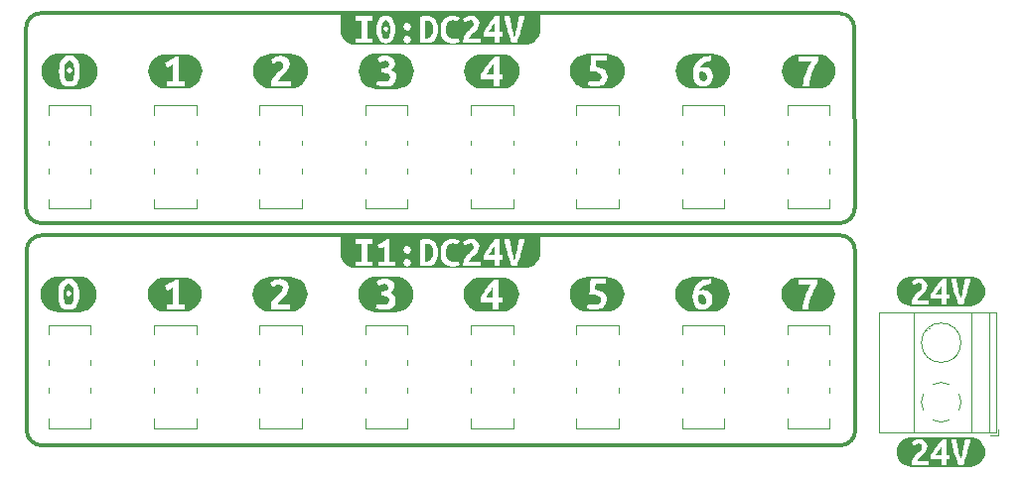
<source format=gbr>
%TF.GenerationSoftware,KiCad,Pcbnew,(6.0.10)*%
%TF.CreationDate,2023-01-13T11:07:08+01:00*%
%TF.ProjectId,SiemensSimaticS7ExpansionBoard,5369656d-656e-4735-9369-6d6174696353,rev?*%
%TF.SameCoordinates,Original*%
%TF.FileFunction,Legend,Top*%
%TF.FilePolarity,Positive*%
%FSLAX46Y46*%
G04 Gerber Fmt 4.6, Leading zero omitted, Abs format (unit mm)*
G04 Created by KiCad (PCBNEW (6.0.10)) date 2023-01-13 11:07:08*
%MOMM*%
%LPD*%
G01*
G04 APERTURE LIST*
%ADD10C,0.300000*%
%ADD11C,0.000000*%
%ADD12C,0.120000*%
%ADD13C,1.562000*%
%ADD14R,2.600000X2.600000*%
%ADD15C,2.600000*%
%ADD16R,1.600000X6.500000*%
G04 APERTURE END LIST*
D10*
X193335774Y-119938800D02*
G75*
G03*
X192065774Y-118668800I-1270000J0D01*
G01*
X192091174Y-136592174D02*
X124002800Y-136592174D01*
X124002800Y-118668800D02*
X192065774Y-118668800D01*
X122732800Y-135322174D02*
X122732800Y-119938800D01*
X122732800Y-135322174D02*
G75*
G03*
X124002800Y-136592174I1270000J0D01*
G01*
X124002800Y-118668800D02*
G75*
G03*
X122732800Y-119938800I0J-1270000D01*
G01*
X193335774Y-119938800D02*
X193361174Y-135322174D01*
X192091174Y-136592174D02*
G75*
G03*
X193361174Y-135322174I0J1270000D01*
G01*
X193284974Y-100965000D02*
X193310374Y-116348374D01*
X123952000Y-99695000D02*
X192014974Y-99695000D01*
X122682000Y-116348374D02*
X122682000Y-100965000D01*
X192040374Y-117618374D02*
X123952000Y-117618374D01*
X192040374Y-117618374D02*
G75*
G03*
X193310374Y-116348374I0J1270000D01*
G01*
X122682000Y-116348374D02*
G75*
G03*
X123952000Y-117618374I1270000J0D01*
G01*
X193284974Y-100965000D02*
G75*
G03*
X192014974Y-99695000I-1270000J0D01*
G01*
X123952000Y-99695000D02*
G75*
G03*
X122682000Y-100965000I0J-1270000D01*
G01*
D11*
G36*
X166497000Y-120142000D02*
G01*
X165100000Y-118745000D01*
X166497000Y-118618000D01*
X166497000Y-120142000D01*
G37*
G36*
X149479000Y-120142000D02*
G01*
X149479000Y-118745000D01*
X150749000Y-118745000D01*
X149479000Y-120142000D01*
G37*
G36*
X166497000Y-101092000D02*
G01*
X165354000Y-99695000D01*
X166497000Y-99695000D01*
X166497000Y-101092000D01*
G37*
G36*
X149479000Y-101092000D02*
G01*
X149479000Y-99695000D01*
X150495000Y-99695000D01*
X149479000Y-101092000D01*
G37*
%TO.C,kibuzzard-63C11CE2*%
G36*
X190456871Y-122276410D02*
G01*
X190728776Y-122358892D01*
X190979365Y-122492834D01*
X191199008Y-122673091D01*
X191379265Y-122892734D01*
X191513207Y-123143323D01*
X191595689Y-123415228D01*
X191623539Y-123698000D01*
X191595689Y-123980772D01*
X191513207Y-124252677D01*
X191379265Y-124503266D01*
X191199008Y-124722909D01*
X190979365Y-124903166D01*
X190728776Y-125037108D01*
X190456871Y-125119590D01*
X190174099Y-125147440D01*
X188505901Y-125147440D01*
X188223129Y-125119590D01*
X187951224Y-125037108D01*
X187700635Y-124903166D01*
X187480992Y-124722909D01*
X187300735Y-124503266D01*
X187166793Y-124252677D01*
X187084311Y-123980772D01*
X187056461Y-123698000D01*
X187084311Y-123415228D01*
X187166793Y-123143323D01*
X187300735Y-122892734D01*
X187342746Y-122841544D01*
X188506245Y-122841544D01*
X189579395Y-122841544D01*
X189464857Y-123045339D01*
X189344128Y-123285250D01*
X189224946Y-123550958D01*
X189115051Y-123832144D01*
X189017539Y-124122617D01*
X188935505Y-124416185D01*
X188876688Y-124703562D01*
X188848828Y-124975461D01*
X189364765Y-124975461D01*
X189402428Y-124644745D01*
X189474144Y-124312998D01*
X189570108Y-123990537D01*
X189680519Y-123687681D01*
X189801764Y-123410107D01*
X189930233Y-123163489D01*
X190057153Y-122958146D01*
X190173755Y-122804396D01*
X190173755Y-122420539D01*
X188506245Y-122420539D01*
X188506245Y-122841544D01*
X187342746Y-122841544D01*
X187480992Y-122673091D01*
X187700635Y-122492834D01*
X187951224Y-122358892D01*
X188223129Y-122276410D01*
X188505901Y-122248560D01*
X190174099Y-122248560D01*
X190456871Y-122276410D01*
G37*
%TO.C,kibuzzard-63C11CC1*%
G36*
X163547676Y-122276410D02*
G01*
X163819581Y-122358892D01*
X164070170Y-122492834D01*
X164289813Y-122673091D01*
X164470070Y-122892734D01*
X164604012Y-123143323D01*
X164686494Y-123415228D01*
X164714344Y-123698000D01*
X164686494Y-123980772D01*
X164604012Y-124252677D01*
X164470070Y-124503266D01*
X164289813Y-124722909D01*
X164070170Y-124903166D01*
X163819581Y-125037108D01*
X163547676Y-125119590D01*
X163264904Y-125147440D01*
X161415096Y-125147440D01*
X161132324Y-125119590D01*
X160860419Y-125037108D01*
X160609830Y-124903166D01*
X160390187Y-124722909D01*
X160209930Y-124503266D01*
X160140219Y-124372846D01*
X161415440Y-124372846D01*
X162480335Y-124372846D01*
X162480335Y-124975461D01*
X162988018Y-124975461D01*
X162988018Y-124372846D01*
X163264560Y-124372846D01*
X163264560Y-123955969D01*
X162988018Y-123955969D01*
X162988018Y-122420539D01*
X162533993Y-122420539D01*
X162368893Y-122596473D01*
X162203793Y-122794077D01*
X162042820Y-123004064D01*
X161890103Y-123217146D01*
X161747704Y-123429197D01*
X161617688Y-123636087D01*
X161505213Y-123829564D01*
X161415440Y-124001371D01*
X161415440Y-124372846D01*
X160140219Y-124372846D01*
X160075988Y-124252677D01*
X159993506Y-123980772D01*
X159965656Y-123698000D01*
X159993506Y-123415228D01*
X160075988Y-123143323D01*
X160209930Y-122892734D01*
X160390187Y-122673091D01*
X160609830Y-122492834D01*
X160860419Y-122358892D01*
X161132324Y-122276410D01*
X161415096Y-122248560D01*
X163264904Y-122248560D01*
X163547676Y-122276410D01*
G37*
G36*
X162480335Y-123955969D02*
G01*
X161902485Y-123955969D01*
X162026310Y-123720701D01*
X162172836Y-123483370D01*
X162327618Y-123258421D01*
X162480335Y-123056174D01*
X162480335Y-123955969D01*
G37*
%TO.C,kibuzzard-63C11CBB*%
G36*
X145493464Y-122248073D02*
G01*
X145770789Y-122332198D01*
X146026373Y-122468811D01*
X146250394Y-122652661D01*
X146434244Y-122876682D01*
X146570857Y-123132266D01*
X146654982Y-123409592D01*
X146683388Y-123698000D01*
X146654982Y-123986408D01*
X146570857Y-124263734D01*
X146434244Y-124519318D01*
X146250394Y-124743339D01*
X146026373Y-124927189D01*
X145770789Y-125063802D01*
X145493464Y-125147927D01*
X145205055Y-125176333D01*
X143474945Y-125176333D01*
X143186536Y-125147927D01*
X142909211Y-125063802D01*
X142653627Y-124927189D01*
X142429606Y-124743339D01*
X142245756Y-124519318D01*
X142109143Y-124263734D01*
X142025018Y-123986408D01*
X141996612Y-123698000D01*
X142025018Y-123409592D01*
X142109143Y-123132266D01*
X142245756Y-122876682D01*
X142366052Y-122730101D01*
X143475289Y-122730101D01*
X143727066Y-123085066D01*
X143987099Y-122891074D01*
X144238876Y-122833289D01*
X144478271Y-122917902D01*
X144573204Y-123159361D01*
X144496845Y-123378119D01*
X144302853Y-123601004D01*
X144181091Y-123719153D01*
X144051075Y-123842463D01*
X143921059Y-123973511D01*
X143799298Y-124114878D01*
X143691983Y-124268111D01*
X143605305Y-124434759D01*
X143548036Y-124616369D01*
X143528946Y-124814489D01*
X143526883Y-124901166D01*
X143537201Y-125004354D01*
X145204711Y-125004354D01*
X145204711Y-124583349D01*
X144106796Y-124583349D01*
X144150135Y-124447141D01*
X144255386Y-124300615D01*
X144387466Y-124160280D01*
X144511291Y-124042646D01*
X144721794Y-123836271D01*
X144907531Y-123613386D01*
X145039611Y-123376055D01*
X145089141Y-123122214D01*
X145023101Y-122802332D01*
X144845619Y-122573256D01*
X144589714Y-122437049D01*
X144288406Y-122391646D01*
X144073260Y-122412284D01*
X143857083Y-122474196D01*
X143653287Y-122579447D01*
X143475289Y-122730101D01*
X142366052Y-122730101D01*
X142429606Y-122652661D01*
X142653627Y-122468811D01*
X142909211Y-122332198D01*
X143186536Y-122248073D01*
X143474945Y-122219667D01*
X145205055Y-122219667D01*
X145493464Y-122248073D01*
G37*
%TO.C,kibuzzard-63C11CB4*%
G36*
X136471317Y-122276410D02*
G01*
X136743222Y-122358892D01*
X136993811Y-122492834D01*
X137213454Y-122673091D01*
X137393711Y-122892734D01*
X137527654Y-123143323D01*
X137610135Y-123415228D01*
X137637986Y-123698000D01*
X137610135Y-123980772D01*
X137527654Y-124252677D01*
X137393711Y-124503266D01*
X137213454Y-124722909D01*
X136993811Y-124903166D01*
X136743222Y-125037108D01*
X136471317Y-125119590D01*
X136188545Y-125147440D01*
X134491455Y-125147440D01*
X134208683Y-125119590D01*
X133936778Y-125037108D01*
X133686189Y-124903166D01*
X133466546Y-124722909D01*
X133286289Y-124503266D01*
X133152346Y-124252677D01*
X133069865Y-123980772D01*
X133042014Y-123698000D01*
X133069865Y-123415228D01*
X133152346Y-123143323D01*
X133254084Y-122952986D01*
X134491799Y-122952986D01*
X134656899Y-123373991D01*
X134908676Y-123272867D01*
X135172836Y-123126341D01*
X135172836Y-124554456D01*
X134636261Y-124554456D01*
X134636261Y-124975461D01*
X136188201Y-124975461D01*
X136188201Y-124554456D01*
X135680519Y-124554456D01*
X135680519Y-122420539D01*
X135333809Y-122420539D01*
X135156326Y-122581511D01*
X134937569Y-122730101D01*
X134706429Y-122858054D01*
X134491799Y-122952986D01*
X133254084Y-122952986D01*
X133286289Y-122892734D01*
X133466546Y-122673091D01*
X133686189Y-122492834D01*
X133936778Y-122358892D01*
X134208683Y-122276410D01*
X134491455Y-122248560D01*
X136188545Y-122248560D01*
X136471317Y-122276410D01*
G37*
%TO.C,kibuzzard-63C11C98*%
G36*
X154480124Y-122221760D02*
G01*
X154762482Y-122307412D01*
X155022704Y-122446504D01*
X155250791Y-122633690D01*
X155437978Y-122861777D01*
X155577069Y-123122000D01*
X155662722Y-123404358D01*
X155691643Y-123698000D01*
X155662722Y-123991642D01*
X155577069Y-124274000D01*
X155437978Y-124534223D01*
X155250791Y-124762310D01*
X155022704Y-124949496D01*
X154762482Y-125088588D01*
X154480124Y-125174240D01*
X154186481Y-125203162D01*
X152493519Y-125203162D01*
X152199876Y-125174240D01*
X151917518Y-125088588D01*
X151657296Y-124949496D01*
X151585833Y-124890848D01*
X152493863Y-124890848D01*
X152621815Y-124936250D01*
X152801361Y-124981653D01*
X153003609Y-125016736D01*
X153203793Y-125031183D01*
X153442156Y-125016220D01*
X153645435Y-124971334D01*
X153814663Y-124899103D01*
X153950870Y-124802106D01*
X154128353Y-124544138D01*
X154186138Y-124218065D01*
X154158793Y-124010658D01*
X154076759Y-123834208D01*
X153945195Y-123692841D01*
X153769260Y-123590685D01*
X154000400Y-123376055D01*
X154087078Y-123083002D01*
X154037548Y-122798205D01*
X153884830Y-122569129D01*
X153622734Y-122418475D01*
X153449895Y-122378232D01*
X153249195Y-122364817D01*
X153029922Y-122383907D01*
X152834381Y-122441176D01*
X152539265Y-122591830D01*
X152720875Y-122963305D01*
X152966461Y-122845671D01*
X153253323Y-122798205D01*
X153486526Y-122878691D01*
X153571140Y-123099512D01*
X153531929Y-123256357D01*
X153430805Y-123355417D01*
X153290470Y-123409075D01*
X153133625Y-123425585D01*
X152943760Y-123425585D01*
X152943760Y-123846590D01*
X153100605Y-123846590D01*
X153326586Y-123866712D01*
X153509228Y-123927076D01*
X153629957Y-124038003D01*
X153670200Y-124209810D01*
X153564949Y-124486353D01*
X153421002Y-124569934D01*
X153199665Y-124597795D01*
X153004125Y-124586444D01*
X152838509Y-124552393D01*
X152592923Y-124465715D01*
X152493863Y-124890848D01*
X151585833Y-124890848D01*
X151429209Y-124762310D01*
X151242022Y-124534223D01*
X151102931Y-124274000D01*
X151017278Y-123991642D01*
X150988357Y-123698000D01*
X151017278Y-123404358D01*
X151102931Y-123122000D01*
X151242022Y-122861777D01*
X151429209Y-122633690D01*
X151657296Y-122446504D01*
X151917518Y-122307412D01*
X152199876Y-122221760D01*
X152493519Y-122192838D01*
X154186481Y-122192838D01*
X154480124Y-122221760D01*
G37*
%TO.C,kibuzzard-63C11CDA*%
G36*
X181474034Y-122242001D02*
G01*
X181752521Y-122326479D01*
X182009175Y-122463663D01*
X182234135Y-122648283D01*
X182418754Y-122873243D01*
X182555939Y-123129897D01*
X182640417Y-123408384D01*
X182668942Y-123698000D01*
X182640417Y-123987616D01*
X182555939Y-124266103D01*
X182418754Y-124522757D01*
X182234135Y-124747717D01*
X182009175Y-124932337D01*
X181752521Y-125069521D01*
X181474034Y-125153999D01*
X181184418Y-125182524D01*
X179495582Y-125182524D01*
X179205966Y-125153999D01*
X178927480Y-125069521D01*
X178670825Y-124932337D01*
X178445865Y-124747717D01*
X178261246Y-124522757D01*
X178124061Y-124266103D01*
X178039583Y-123987616D01*
X178032197Y-123912630D01*
X179495926Y-123912630D01*
X179520921Y-124256359D01*
X179595904Y-124533589D01*
X179720875Y-124744321D01*
X179893542Y-124892223D01*
X180111612Y-124980965D01*
X180375084Y-125010545D01*
X180571140Y-124990423D01*
X180738304Y-124930059D01*
X180990081Y-124721620D01*
X181136608Y-124440950D01*
X181184074Y-124139643D01*
X181140735Y-123825953D01*
X180998336Y-123565920D01*
X180744495Y-123388437D01*
X180572688Y-123338907D01*
X180366829Y-123322397D01*
X180234749Y-123340971D01*
X180082031Y-123392565D01*
X180224430Y-123124277D01*
X180453506Y-122948859D01*
X180742431Y-122851862D01*
X181064376Y-122818842D01*
X181035484Y-122385455D01*
X180704252Y-122410220D01*
X180403976Y-122484515D01*
X180139816Y-122607308D01*
X179916931Y-122777567D01*
X179737901Y-122994261D01*
X179605305Y-123256357D01*
X179523271Y-123562824D01*
X179495926Y-123912630D01*
X178032197Y-123912630D01*
X178011058Y-123698000D01*
X178039583Y-123408384D01*
X178124061Y-123129897D01*
X178261246Y-122873243D01*
X178445865Y-122648283D01*
X178670825Y-122463663D01*
X178927480Y-122326479D01*
X179205966Y-122242001D01*
X179495582Y-122213476D01*
X181184418Y-122213476D01*
X181474034Y-122242001D01*
G37*
G36*
X180483431Y-123769715D02*
G01*
X180602096Y-123848654D01*
X180688774Y-124147898D01*
X180670200Y-124292360D01*
X180612415Y-124428568D01*
X180511291Y-124531755D01*
X180362701Y-124573030D01*
X180183155Y-124521436D01*
X180069649Y-124383165D01*
X180011864Y-124187109D01*
X179995354Y-123958033D01*
X179997418Y-123879610D01*
X180003609Y-123805315D01*
X180139816Y-123759913D01*
X180300789Y-123743403D01*
X180483431Y-123769715D01*
G37*
%TO.C,kibuzzard-63C11CC9*%
G36*
X172478615Y-122250097D02*
G01*
X172755553Y-122334105D01*
X173010780Y-122470527D01*
X173234489Y-122654120D01*
X173418082Y-122877829D01*
X173554504Y-123133056D01*
X173638512Y-123409994D01*
X173666878Y-123698000D01*
X173638512Y-123986006D01*
X173554504Y-124262944D01*
X173418082Y-124518171D01*
X173234489Y-124741880D01*
X173010780Y-124925473D01*
X172755553Y-125061895D01*
X172478615Y-125145903D01*
X172190609Y-125174269D01*
X170489391Y-125174269D01*
X170201385Y-125145903D01*
X169924447Y-125061895D01*
X169669220Y-124925473D01*
X169601882Y-124870210D01*
X170489735Y-124870210D01*
X170607369Y-124915613D01*
X170778660Y-124958951D01*
X170976780Y-124989908D01*
X171179027Y-125002290D01*
X171415327Y-124986812D01*
X171620670Y-124940378D01*
X171795057Y-124866083D01*
X171938487Y-124767023D01*
X172128352Y-124504926D01*
X172190265Y-124176790D01*
X172162290Y-123937395D01*
X172078364Y-123736523D01*
X171938487Y-123574175D01*
X171741743Y-123451267D01*
X171487214Y-123368717D01*
X171174900Y-123326525D01*
X171195537Y-123091257D01*
X171216175Y-122814715D01*
X172095332Y-122814715D01*
X172095332Y-122393710D01*
X170791042Y-122393710D01*
X170775564Y-122708948D01*
X170753895Y-123035536D01*
X170725002Y-123371412D01*
X170687855Y-123714510D01*
X170971621Y-123723281D01*
X171195537Y-123749594D01*
X171494781Y-123848654D01*
X171635116Y-124001371D01*
X171670200Y-124197428D01*
X171649562Y-124333635D01*
X171573204Y-124451269D01*
X171420486Y-124535883D01*
X171174900Y-124568903D01*
X170981939Y-124559616D01*
X170824062Y-124531755D01*
X170592922Y-124449205D01*
X170489735Y-124870210D01*
X169601882Y-124870210D01*
X169445511Y-124741880D01*
X169261918Y-124518171D01*
X169125496Y-124262944D01*
X169041488Y-123986006D01*
X169013122Y-123698000D01*
X169041488Y-123409994D01*
X169125496Y-123133056D01*
X169261918Y-122877829D01*
X169445511Y-122654120D01*
X169669220Y-122470527D01*
X169924447Y-122334105D01*
X170201385Y-122250097D01*
X170489391Y-122221731D01*
X172190609Y-122221731D01*
X172478615Y-122250097D01*
G37*
%TO.C,kibuzzard-63C11C89*%
G36*
X127495999Y-122221760D02*
G01*
X127778357Y-122307412D01*
X128038579Y-122446504D01*
X128266666Y-122633690D01*
X128453853Y-122861777D01*
X128592944Y-123122000D01*
X128678597Y-123404358D01*
X128707518Y-123698000D01*
X128678597Y-123991642D01*
X128592944Y-124274000D01*
X128453853Y-124534223D01*
X128266666Y-124762310D01*
X128038579Y-124949496D01*
X127778357Y-125088588D01*
X127495999Y-125174240D01*
X127202356Y-125203162D01*
X125426844Y-125203162D01*
X125133201Y-125174240D01*
X124850843Y-125088588D01*
X124590621Y-124949496D01*
X124362534Y-124762310D01*
X124175347Y-124534223D01*
X124036256Y-124274000D01*
X123950603Y-123991642D01*
X123921682Y-123698000D01*
X123922089Y-123693872D01*
X125427188Y-123693872D01*
X125441376Y-124010658D01*
X125483941Y-124284105D01*
X125554882Y-124514213D01*
X125654200Y-124700983D01*
X125828472Y-124884427D01*
X126048606Y-124994494D01*
X126314600Y-125031183D01*
X126580594Y-124994494D01*
X126800728Y-124884427D01*
X126975000Y-124700983D01*
X127074318Y-124514213D01*
X127145259Y-124284105D01*
X127187824Y-124010658D01*
X127202013Y-123693872D01*
X127187824Y-123379022D01*
X127145259Y-123107252D01*
X127074318Y-122878562D01*
X126975000Y-122692954D01*
X126800728Y-122510656D01*
X126580594Y-122401277D01*
X126314600Y-122364817D01*
X126052733Y-122401506D01*
X125833976Y-122511573D01*
X125658328Y-122695017D01*
X125557204Y-122881271D01*
X125484973Y-123109831D01*
X125441634Y-123380698D01*
X125427188Y-123693872D01*
X123922089Y-123693872D01*
X123950603Y-123404358D01*
X124036256Y-123122000D01*
X124175347Y-122861777D01*
X124362534Y-122633690D01*
X124590621Y-122446504D01*
X124850843Y-122307412D01*
X125133201Y-122221760D01*
X125426844Y-122192838D01*
X127202356Y-122192838D01*
X127495999Y-122221760D01*
G37*
G36*
X126731707Y-123964682D02*
G01*
X126695247Y-124188255D01*
X126634481Y-124364591D01*
X126499822Y-124536398D01*
X126314600Y-124593668D01*
X126131958Y-124536398D01*
X125996783Y-124364591D01*
X125934870Y-124188255D01*
X125897723Y-123964682D01*
X125885340Y-123693872D01*
X125887243Y-123652597D01*
X126087588Y-123652597D01*
X126149500Y-123844526D01*
X126318728Y-123925013D01*
X126481764Y-123844526D01*
X126545740Y-123652597D01*
X126481764Y-123458605D01*
X126318728Y-123376055D01*
X126149500Y-123458605D01*
X126087588Y-123652597D01*
X125887243Y-123652597D01*
X125897723Y-123425356D01*
X125934870Y-123203159D01*
X125996783Y-123027281D01*
X126131958Y-122855474D01*
X126314600Y-122798205D01*
X126499822Y-122855474D01*
X126634481Y-123027281D01*
X126695247Y-123203159D01*
X126731707Y-123425356D01*
X126743860Y-123693872D01*
X126731707Y-123964682D01*
G37*
%TO.C,kibuzzard-63C11CE2*%
G36*
X190507271Y-103226410D02*
G01*
X190779176Y-103308892D01*
X191029765Y-103442834D01*
X191249408Y-103623091D01*
X191429665Y-103842734D01*
X191563607Y-104093323D01*
X191646089Y-104365228D01*
X191673939Y-104648000D01*
X191646089Y-104930772D01*
X191563607Y-105202677D01*
X191429665Y-105453266D01*
X191249408Y-105672909D01*
X191029765Y-105853166D01*
X190779176Y-105987108D01*
X190507271Y-106069590D01*
X190224499Y-106097440D01*
X188556301Y-106097440D01*
X188273529Y-106069590D01*
X188001624Y-105987108D01*
X187751035Y-105853166D01*
X187531392Y-105672909D01*
X187351135Y-105453266D01*
X187217193Y-105202677D01*
X187134711Y-104930772D01*
X187106861Y-104648000D01*
X187134711Y-104365228D01*
X187217193Y-104093323D01*
X187351135Y-103842734D01*
X187393146Y-103791544D01*
X188556645Y-103791544D01*
X189629795Y-103791544D01*
X189515257Y-103995339D01*
X189394528Y-104235250D01*
X189275346Y-104500958D01*
X189165451Y-104782144D01*
X189067939Y-105072617D01*
X188985905Y-105366185D01*
X188927088Y-105653562D01*
X188899228Y-105925461D01*
X189415165Y-105925461D01*
X189452828Y-105594745D01*
X189524544Y-105262998D01*
X189620508Y-104940537D01*
X189730919Y-104637681D01*
X189852164Y-104360107D01*
X189980633Y-104113489D01*
X190107553Y-103908146D01*
X190224155Y-103754396D01*
X190224155Y-103370539D01*
X188556645Y-103370539D01*
X188556645Y-103791544D01*
X187393146Y-103791544D01*
X187531392Y-103623091D01*
X187751035Y-103442834D01*
X188001624Y-103308892D01*
X188273529Y-103226410D01*
X188556301Y-103198560D01*
X190224499Y-103198560D01*
X190507271Y-103226410D01*
G37*
%TO.C,kibuzzard-63C11CDA*%
G36*
X181524434Y-103192001D02*
G01*
X181802921Y-103276479D01*
X182059575Y-103413663D01*
X182284535Y-103598283D01*
X182469154Y-103823243D01*
X182606339Y-104079897D01*
X182690817Y-104358384D01*
X182719342Y-104648000D01*
X182690817Y-104937616D01*
X182606339Y-105216103D01*
X182469154Y-105472757D01*
X182284535Y-105697717D01*
X182059575Y-105882337D01*
X181802921Y-106019521D01*
X181524434Y-106103999D01*
X181234818Y-106132524D01*
X179545982Y-106132524D01*
X179256366Y-106103999D01*
X178977880Y-106019521D01*
X178721225Y-105882337D01*
X178496265Y-105697717D01*
X178311646Y-105472757D01*
X178174461Y-105216103D01*
X178089983Y-104937616D01*
X178082597Y-104862630D01*
X179546326Y-104862630D01*
X179571321Y-105206359D01*
X179646304Y-105483589D01*
X179771275Y-105694321D01*
X179943942Y-105842223D01*
X180162012Y-105930965D01*
X180425484Y-105960545D01*
X180621540Y-105940423D01*
X180788704Y-105880059D01*
X181040481Y-105671620D01*
X181187008Y-105390950D01*
X181234474Y-105089643D01*
X181191135Y-104775953D01*
X181048736Y-104515920D01*
X180794895Y-104338437D01*
X180623088Y-104288907D01*
X180417229Y-104272397D01*
X180285149Y-104290971D01*
X180132431Y-104342565D01*
X180274830Y-104074277D01*
X180503906Y-103898859D01*
X180792831Y-103801862D01*
X181114776Y-103768842D01*
X181085884Y-103335455D01*
X180754652Y-103360220D01*
X180454376Y-103434515D01*
X180190216Y-103557308D01*
X179967331Y-103727567D01*
X179788301Y-103944261D01*
X179655705Y-104206357D01*
X179573671Y-104512824D01*
X179546326Y-104862630D01*
X178082597Y-104862630D01*
X178061458Y-104648000D01*
X178089983Y-104358384D01*
X178174461Y-104079897D01*
X178311646Y-103823243D01*
X178496265Y-103598283D01*
X178721225Y-103413663D01*
X178977880Y-103276479D01*
X179256366Y-103192001D01*
X179545982Y-103163476D01*
X181234818Y-103163476D01*
X181524434Y-103192001D01*
G37*
G36*
X180533831Y-104719715D02*
G01*
X180652496Y-104798654D01*
X180739174Y-105097898D01*
X180720600Y-105242360D01*
X180662815Y-105378568D01*
X180561691Y-105481755D01*
X180413101Y-105523030D01*
X180233555Y-105471436D01*
X180120049Y-105333165D01*
X180062264Y-105137109D01*
X180045754Y-104908033D01*
X180047818Y-104829610D01*
X180054009Y-104755315D01*
X180190216Y-104709913D01*
X180351189Y-104693403D01*
X180533831Y-104719715D01*
G37*
%TO.C,kibuzzard-63C11CC9*%
G36*
X172529015Y-103200097D02*
G01*
X172805953Y-103284105D01*
X173061180Y-103420527D01*
X173284889Y-103604120D01*
X173468482Y-103827829D01*
X173604904Y-104083056D01*
X173688912Y-104359994D01*
X173717278Y-104648000D01*
X173688912Y-104936006D01*
X173604904Y-105212944D01*
X173468482Y-105468171D01*
X173284889Y-105691880D01*
X173061180Y-105875473D01*
X172805953Y-106011895D01*
X172529015Y-106095903D01*
X172241009Y-106124269D01*
X170539791Y-106124269D01*
X170251785Y-106095903D01*
X169974847Y-106011895D01*
X169719620Y-105875473D01*
X169652282Y-105820210D01*
X170540135Y-105820210D01*
X170657769Y-105865613D01*
X170829060Y-105908951D01*
X171027180Y-105939908D01*
X171229427Y-105952290D01*
X171465727Y-105936812D01*
X171671070Y-105890378D01*
X171845457Y-105816083D01*
X171988887Y-105717023D01*
X172178752Y-105454926D01*
X172240665Y-105126790D01*
X172212690Y-104887395D01*
X172128764Y-104686523D01*
X171988887Y-104524175D01*
X171792143Y-104401267D01*
X171537614Y-104318717D01*
X171225300Y-104276525D01*
X171245937Y-104041257D01*
X171266575Y-103764715D01*
X172145732Y-103764715D01*
X172145732Y-103343710D01*
X170841442Y-103343710D01*
X170825964Y-103658948D01*
X170804295Y-103985536D01*
X170775402Y-104321412D01*
X170738255Y-104664510D01*
X171022021Y-104673281D01*
X171245937Y-104699594D01*
X171545181Y-104798654D01*
X171685516Y-104951371D01*
X171720600Y-105147428D01*
X171699962Y-105283635D01*
X171623604Y-105401269D01*
X171470886Y-105485883D01*
X171225300Y-105518903D01*
X171032339Y-105509616D01*
X170874462Y-105481755D01*
X170643322Y-105399205D01*
X170540135Y-105820210D01*
X169652282Y-105820210D01*
X169495911Y-105691880D01*
X169312318Y-105468171D01*
X169175896Y-105212944D01*
X169091888Y-104936006D01*
X169063522Y-104648000D01*
X169091888Y-104359994D01*
X169175896Y-104083056D01*
X169312318Y-103827829D01*
X169495911Y-103604120D01*
X169719620Y-103420527D01*
X169974847Y-103284105D01*
X170251785Y-103200097D01*
X170539791Y-103171731D01*
X172241009Y-103171731D01*
X172529015Y-103200097D01*
G37*
%TO.C,kibuzzard-63C11CC1*%
G36*
X163598076Y-103226410D02*
G01*
X163869981Y-103308892D01*
X164120570Y-103442834D01*
X164340213Y-103623091D01*
X164520470Y-103842734D01*
X164654412Y-104093323D01*
X164736894Y-104365228D01*
X164764744Y-104648000D01*
X164736894Y-104930772D01*
X164654412Y-105202677D01*
X164520470Y-105453266D01*
X164340213Y-105672909D01*
X164120570Y-105853166D01*
X163869981Y-105987108D01*
X163598076Y-106069590D01*
X163315304Y-106097440D01*
X161465496Y-106097440D01*
X161182724Y-106069590D01*
X160910819Y-105987108D01*
X160660230Y-105853166D01*
X160440587Y-105672909D01*
X160260330Y-105453266D01*
X160190619Y-105322846D01*
X161465840Y-105322846D01*
X162530735Y-105322846D01*
X162530735Y-105925461D01*
X163038418Y-105925461D01*
X163038418Y-105322846D01*
X163314960Y-105322846D01*
X163314960Y-104905969D01*
X163038418Y-104905969D01*
X163038418Y-103370539D01*
X162584393Y-103370539D01*
X162419293Y-103546473D01*
X162254193Y-103744077D01*
X162093220Y-103954064D01*
X161940503Y-104167146D01*
X161798104Y-104379197D01*
X161668088Y-104586087D01*
X161555613Y-104779564D01*
X161465840Y-104951371D01*
X161465840Y-105322846D01*
X160190619Y-105322846D01*
X160126388Y-105202677D01*
X160043906Y-104930772D01*
X160016056Y-104648000D01*
X160043906Y-104365228D01*
X160126388Y-104093323D01*
X160260330Y-103842734D01*
X160440587Y-103623091D01*
X160660230Y-103442834D01*
X160910819Y-103308892D01*
X161182724Y-103226410D01*
X161465496Y-103198560D01*
X163315304Y-103198560D01*
X163598076Y-103226410D01*
G37*
G36*
X162530735Y-104905969D02*
G01*
X161952885Y-104905969D01*
X162076710Y-104670701D01*
X162223236Y-104433370D01*
X162378018Y-104208421D01*
X162530735Y-104006174D01*
X162530735Y-104905969D01*
G37*
%TO.C,kibuzzard-63C11CBB*%
G36*
X145543864Y-103198073D02*
G01*
X145821189Y-103282198D01*
X146076773Y-103418811D01*
X146300794Y-103602661D01*
X146484644Y-103826682D01*
X146621257Y-104082266D01*
X146705382Y-104359592D01*
X146733788Y-104648000D01*
X146705382Y-104936408D01*
X146621257Y-105213734D01*
X146484644Y-105469318D01*
X146300794Y-105693339D01*
X146076773Y-105877189D01*
X145821189Y-106013802D01*
X145543864Y-106097927D01*
X145255455Y-106126333D01*
X143525345Y-106126333D01*
X143236936Y-106097927D01*
X142959611Y-106013802D01*
X142704027Y-105877189D01*
X142480006Y-105693339D01*
X142296156Y-105469318D01*
X142159543Y-105213734D01*
X142075418Y-104936408D01*
X142047012Y-104648000D01*
X142075418Y-104359592D01*
X142159543Y-104082266D01*
X142296156Y-103826682D01*
X142416452Y-103680101D01*
X143525689Y-103680101D01*
X143777466Y-104035066D01*
X144037499Y-103841074D01*
X144289276Y-103783289D01*
X144528671Y-103867902D01*
X144623604Y-104109361D01*
X144547245Y-104328119D01*
X144353253Y-104551004D01*
X144231491Y-104669153D01*
X144101475Y-104792463D01*
X143971459Y-104923511D01*
X143849698Y-105064878D01*
X143742383Y-105218111D01*
X143655705Y-105384759D01*
X143598436Y-105566369D01*
X143579346Y-105764489D01*
X143577283Y-105851166D01*
X143587601Y-105954354D01*
X145255111Y-105954354D01*
X145255111Y-105533349D01*
X144157196Y-105533349D01*
X144200535Y-105397141D01*
X144305786Y-105250615D01*
X144437866Y-105110280D01*
X144561691Y-104992646D01*
X144772194Y-104786271D01*
X144957931Y-104563386D01*
X145090011Y-104326055D01*
X145139541Y-104072214D01*
X145073501Y-103752332D01*
X144896019Y-103523256D01*
X144640114Y-103387049D01*
X144338806Y-103341646D01*
X144123660Y-103362284D01*
X143907483Y-103424196D01*
X143703687Y-103529447D01*
X143525689Y-103680101D01*
X142416452Y-103680101D01*
X142480006Y-103602661D01*
X142704027Y-103418811D01*
X142959611Y-103282198D01*
X143236936Y-103198073D01*
X143525345Y-103169667D01*
X145255455Y-103169667D01*
X145543864Y-103198073D01*
G37*
%TO.C,kibuzzard-63C11CB4*%
G36*
X136521717Y-103226410D02*
G01*
X136793622Y-103308892D01*
X137044211Y-103442834D01*
X137263854Y-103623091D01*
X137444111Y-103842734D01*
X137578054Y-104093323D01*
X137660535Y-104365228D01*
X137688386Y-104648000D01*
X137660535Y-104930772D01*
X137578054Y-105202677D01*
X137444111Y-105453266D01*
X137263854Y-105672909D01*
X137044211Y-105853166D01*
X136793622Y-105987108D01*
X136521717Y-106069590D01*
X136238945Y-106097440D01*
X134541855Y-106097440D01*
X134259083Y-106069590D01*
X133987178Y-105987108D01*
X133736589Y-105853166D01*
X133516946Y-105672909D01*
X133336689Y-105453266D01*
X133202746Y-105202677D01*
X133120265Y-104930772D01*
X133092414Y-104648000D01*
X133120265Y-104365228D01*
X133202746Y-104093323D01*
X133304484Y-103902986D01*
X134542199Y-103902986D01*
X134707299Y-104323991D01*
X134959076Y-104222867D01*
X135223236Y-104076341D01*
X135223236Y-105504456D01*
X134686661Y-105504456D01*
X134686661Y-105925461D01*
X136238601Y-105925461D01*
X136238601Y-105504456D01*
X135730919Y-105504456D01*
X135730919Y-103370539D01*
X135384209Y-103370539D01*
X135206726Y-103531511D01*
X134987969Y-103680101D01*
X134756829Y-103808054D01*
X134542199Y-103902986D01*
X133304484Y-103902986D01*
X133336689Y-103842734D01*
X133516946Y-103623091D01*
X133736589Y-103442834D01*
X133987178Y-103308892D01*
X134259083Y-103226410D01*
X134541855Y-103198560D01*
X136238945Y-103198560D01*
X136521717Y-103226410D01*
G37*
%TO.C,kibuzzard-63C11C98*%
G36*
X154530524Y-103171760D02*
G01*
X154812882Y-103257412D01*
X155073104Y-103396504D01*
X155301191Y-103583690D01*
X155488378Y-103811777D01*
X155627469Y-104072000D01*
X155713122Y-104354358D01*
X155742043Y-104648000D01*
X155713122Y-104941642D01*
X155627469Y-105224000D01*
X155488378Y-105484223D01*
X155301191Y-105712310D01*
X155073104Y-105899496D01*
X154812882Y-106038588D01*
X154530524Y-106124240D01*
X154236881Y-106153162D01*
X152543919Y-106153162D01*
X152250276Y-106124240D01*
X151967918Y-106038588D01*
X151707696Y-105899496D01*
X151636233Y-105840848D01*
X152544263Y-105840848D01*
X152672215Y-105886250D01*
X152851761Y-105931653D01*
X153054009Y-105966736D01*
X153254193Y-105981183D01*
X153492556Y-105966220D01*
X153695835Y-105921334D01*
X153865063Y-105849103D01*
X154001270Y-105752106D01*
X154178753Y-105494138D01*
X154236538Y-105168065D01*
X154209193Y-104960658D01*
X154127159Y-104784208D01*
X153995595Y-104642841D01*
X153819660Y-104540685D01*
X154050800Y-104326055D01*
X154137478Y-104033002D01*
X154087948Y-103748205D01*
X153935230Y-103519129D01*
X153673134Y-103368475D01*
X153500295Y-103328232D01*
X153299595Y-103314817D01*
X153080322Y-103333907D01*
X152884781Y-103391176D01*
X152589665Y-103541830D01*
X152771275Y-103913305D01*
X153016861Y-103795671D01*
X153303723Y-103748205D01*
X153536926Y-103828691D01*
X153621540Y-104049512D01*
X153582329Y-104206357D01*
X153481205Y-104305417D01*
X153340870Y-104359075D01*
X153184025Y-104375585D01*
X152994160Y-104375585D01*
X152994160Y-104796590D01*
X153151005Y-104796590D01*
X153376986Y-104816712D01*
X153559628Y-104877076D01*
X153680357Y-104988003D01*
X153720600Y-105159810D01*
X153615349Y-105436353D01*
X153471402Y-105519934D01*
X153250065Y-105547795D01*
X153054525Y-105536444D01*
X152888909Y-105502393D01*
X152643323Y-105415715D01*
X152544263Y-105840848D01*
X151636233Y-105840848D01*
X151479609Y-105712310D01*
X151292422Y-105484223D01*
X151153331Y-105224000D01*
X151067678Y-104941642D01*
X151038757Y-104648000D01*
X151067678Y-104354358D01*
X151153331Y-104072000D01*
X151292422Y-103811777D01*
X151479609Y-103583690D01*
X151707696Y-103396504D01*
X151967918Y-103257412D01*
X152250276Y-103171760D01*
X152543919Y-103142838D01*
X154236881Y-103142838D01*
X154530524Y-103171760D01*
G37*
%TO.C,kibuzzard-63C11C89*%
G36*
X127546399Y-103171760D02*
G01*
X127828757Y-103257412D01*
X128088979Y-103396504D01*
X128317066Y-103583690D01*
X128504253Y-103811777D01*
X128643344Y-104072000D01*
X128728997Y-104354358D01*
X128757918Y-104648000D01*
X128728997Y-104941642D01*
X128643344Y-105224000D01*
X128504253Y-105484223D01*
X128317066Y-105712310D01*
X128088979Y-105899496D01*
X127828757Y-106038588D01*
X127546399Y-106124240D01*
X127252756Y-106153162D01*
X125477244Y-106153162D01*
X125183601Y-106124240D01*
X124901243Y-106038588D01*
X124641021Y-105899496D01*
X124412934Y-105712310D01*
X124225747Y-105484223D01*
X124086656Y-105224000D01*
X124001003Y-104941642D01*
X123972082Y-104648000D01*
X123972489Y-104643872D01*
X125477588Y-104643872D01*
X125491776Y-104960658D01*
X125534341Y-105234105D01*
X125605282Y-105464213D01*
X125704600Y-105650983D01*
X125878872Y-105834427D01*
X126099006Y-105944494D01*
X126365000Y-105981183D01*
X126630994Y-105944494D01*
X126851128Y-105834427D01*
X127025400Y-105650983D01*
X127124718Y-105464213D01*
X127195659Y-105234105D01*
X127238224Y-104960658D01*
X127252413Y-104643872D01*
X127238224Y-104329022D01*
X127195659Y-104057252D01*
X127124718Y-103828562D01*
X127025400Y-103642954D01*
X126851128Y-103460656D01*
X126630994Y-103351277D01*
X126365000Y-103314817D01*
X126103133Y-103351506D01*
X125884376Y-103461573D01*
X125708728Y-103645017D01*
X125607604Y-103831271D01*
X125535373Y-104059831D01*
X125492034Y-104330698D01*
X125477588Y-104643872D01*
X123972489Y-104643872D01*
X124001003Y-104354358D01*
X124086656Y-104072000D01*
X124225747Y-103811777D01*
X124412934Y-103583690D01*
X124641021Y-103396504D01*
X124901243Y-103257412D01*
X125183601Y-103171760D01*
X125477244Y-103142838D01*
X127252756Y-103142838D01*
X127546399Y-103171760D01*
G37*
G36*
X126782107Y-104914682D02*
G01*
X126745647Y-105138255D01*
X126684881Y-105314591D01*
X126550222Y-105486398D01*
X126365000Y-105543668D01*
X126182358Y-105486398D01*
X126047183Y-105314591D01*
X125985270Y-105138255D01*
X125948123Y-104914682D01*
X125935740Y-104643872D01*
X125937643Y-104602597D01*
X126137988Y-104602597D01*
X126199900Y-104794526D01*
X126369128Y-104875013D01*
X126532164Y-104794526D01*
X126596140Y-104602597D01*
X126532164Y-104408605D01*
X126369128Y-104326055D01*
X126199900Y-104408605D01*
X126137988Y-104602597D01*
X125937643Y-104602597D01*
X125948123Y-104375356D01*
X125985270Y-104153159D01*
X126047183Y-103977281D01*
X126182358Y-103805474D01*
X126365000Y-103748205D01*
X126550222Y-103805474D01*
X126684881Y-103977281D01*
X126745647Y-104153159D01*
X126782107Y-104375356D01*
X126794260Y-104643872D01*
X126782107Y-104914682D01*
G37*
%TO.C,kibuzzard-63C11C3D*%
G36*
X150065951Y-121249093D02*
G01*
X149864182Y-121083505D01*
X149698594Y-120881736D01*
X149575551Y-120651539D01*
X149499782Y-120401761D01*
X149474198Y-120142000D01*
X149499782Y-119882239D01*
X149575551Y-119632461D01*
X149698594Y-119402264D01*
X149711785Y-119386191D01*
X150805991Y-119386191D01*
X151298910Y-119386191D01*
X151298910Y-120901460D01*
X150805991Y-120901460D01*
X150805991Y-121273888D01*
X152240932Y-121273888D01*
X152240932Y-120901460D01*
X151751665Y-120901460D01*
X151751665Y-119484775D01*
X152609709Y-119484775D01*
X152755759Y-119857202D01*
X152978485Y-119767747D01*
X153212165Y-119638128D01*
X153212165Y-120901460D01*
X152737502Y-120901460D01*
X152737502Y-121273888D01*
X154110372Y-121273888D01*
X154110372Y-120985439D01*
X154847925Y-120985439D01*
X154875309Y-121126012D01*
X154948334Y-121228247D01*
X155052395Y-121292144D01*
X155176537Y-121314051D01*
X155353703Y-121248329D01*
X156282866Y-121248329D01*
X156529326Y-121290318D01*
X156764831Y-121303098D01*
X156985275Y-121287123D01*
X157186551Y-121239201D01*
X157365005Y-121156591D01*
X157516989Y-121036556D01*
X157640675Y-120877270D01*
X157734238Y-120676908D01*
X157793115Y-120432731D01*
X157812740Y-120142000D01*
X158009908Y-120142000D01*
X158025654Y-120408769D01*
X158072892Y-120643134D01*
X158151622Y-120845094D01*
X158261844Y-121014649D01*
X158454954Y-121185040D01*
X158698371Y-121287275D01*
X158992094Y-121321354D01*
X159191543Y-121309031D01*
X159366347Y-121272062D01*
X159623760Y-121164350D01*
X159510571Y-120810179D01*
X159326183Y-120890506D01*
X159035909Y-120930670D01*
X158775301Y-120879096D01*
X158599584Y-120724374D01*
X158525545Y-120566762D01*
X158481122Y-120368986D01*
X158466314Y-120131046D01*
X158478637Y-119926576D01*
X158515606Y-119758619D01*
X158643399Y-119519462D01*
X158822311Y-119391668D01*
X159028606Y-119353330D01*
X159300624Y-119391668D01*
X159503269Y-119484775D01*
X159575996Y-119262049D01*
X159893953Y-119262049D01*
X160116679Y-119576056D01*
X160346708Y-119404447D01*
X160569434Y-119353330D01*
X160781206Y-119428181D01*
X160865185Y-119641779D01*
X160797637Y-119835295D01*
X160626028Y-120032462D01*
X160518316Y-120136980D01*
X160403302Y-120246061D01*
X160288288Y-120361988D01*
X160180576Y-120487043D01*
X160085643Y-120622596D01*
X160008967Y-120770015D01*
X159958306Y-120930670D01*
X159941419Y-121105930D01*
X159939593Y-121182606D01*
X159948721Y-121273888D01*
X161423826Y-121273888D01*
X161423826Y-120901460D01*
X160452594Y-120901460D01*
X160490932Y-120780969D01*
X160519782Y-120740805D01*
X161661158Y-120740805D01*
X162603180Y-120740805D01*
X162603180Y-121273888D01*
X163052284Y-121273888D01*
X163052284Y-120740805D01*
X163296918Y-120740805D01*
X163296918Y-120372029D01*
X163052284Y-120372029D01*
X163052284Y-119013764D01*
X163435665Y-119013764D01*
X163477654Y-119218234D01*
X163537900Y-119473821D01*
X163586178Y-119665106D01*
X163638512Y-119864099D01*
X163694904Y-120070801D01*
X163754541Y-120281559D01*
X163816612Y-120492723D01*
X163881118Y-120704293D01*
X163976963Y-121005521D01*
X164067331Y-121273888D01*
X164531040Y-121273888D01*
X164600819Y-121079357D01*
X164668976Y-120880364D01*
X164735510Y-120676908D01*
X164799407Y-120472438D01*
X164859653Y-120270402D01*
X164916247Y-120070801D01*
X164993836Y-119780070D01*
X165062297Y-119503031D01*
X165121173Y-119245618D01*
X165170009Y-119013764D01*
X164698998Y-119013764D01*
X164666136Y-119203629D01*
X164625973Y-119422704D01*
X164580332Y-119659579D01*
X164531040Y-119902843D01*
X164478097Y-120147477D01*
X164421503Y-120388459D01*
X164363083Y-120614380D01*
X164304663Y-120813830D01*
X164245786Y-120611642D01*
X164185997Y-120384808D01*
X164127577Y-120143826D01*
X164072808Y-119899192D01*
X164022147Y-119656384D01*
X163976050Y-119420878D01*
X163937712Y-119203172D01*
X163910328Y-119013764D01*
X163435665Y-119013764D01*
X163052284Y-119013764D01*
X162650646Y-119013764D01*
X162504596Y-119169398D01*
X162358546Y-119344202D01*
X162216148Y-119529959D01*
X162081051Y-119718455D01*
X161955083Y-119906038D01*
X161840069Y-120089057D01*
X161740572Y-120260209D01*
X161661158Y-120412193D01*
X161661158Y-120740805D01*
X160519782Y-120740805D01*
X160584039Y-120651349D01*
X160700879Y-120527207D01*
X160810416Y-120423146D01*
X160996630Y-120240584D01*
X161160936Y-120043416D01*
X161277776Y-119833469D01*
X161321591Y-119608917D01*
X161263171Y-119325946D01*
X161106168Y-119123301D01*
X160879790Y-119002810D01*
X160613249Y-118962646D01*
X160422927Y-118980902D01*
X160231693Y-119035671D01*
X160051413Y-119128778D01*
X159893953Y-119262049D01*
X159575996Y-119262049D01*
X159620109Y-119126952D01*
X159545258Y-119083137D01*
X159422941Y-119028369D01*
X159253158Y-118982728D01*
X159035909Y-118962646D01*
X158821854Y-118982272D01*
X158625143Y-119041148D01*
X158449883Y-119137906D01*
X158300182Y-119271177D01*
X158178321Y-119439591D01*
X158086584Y-119641779D01*
X158029077Y-119876372D01*
X158009908Y-120142000D01*
X157812740Y-120142000D01*
X157794940Y-119857659D01*
X157741541Y-119618046D01*
X157656193Y-119419965D01*
X157542547Y-119260223D01*
X157400605Y-119138363D01*
X157230366Y-119053927D01*
X157036393Y-119004636D01*
X156823251Y-118988205D01*
X156571315Y-118999159D01*
X156282866Y-119042974D01*
X156282866Y-121248329D01*
X155353703Y-121248329D01*
X155402915Y-121230073D01*
X155501499Y-120985439D01*
X155402915Y-120748108D01*
X155176537Y-120664129D01*
X155052395Y-120686036D01*
X154948334Y-120748108D01*
X154875309Y-120848517D01*
X154847925Y-120985439D01*
X154110372Y-120985439D01*
X154110372Y-120901460D01*
X153661269Y-120901460D01*
X153661269Y-119879110D01*
X154847925Y-119879110D01*
X154875309Y-120019683D01*
X154948334Y-120121918D01*
X155052395Y-120185815D01*
X155176537Y-120207723D01*
X155402915Y-120123744D01*
X155501499Y-119879110D01*
X155402915Y-119641779D01*
X155176537Y-119557800D01*
X155052395Y-119579707D01*
X154948334Y-119641779D01*
X154875309Y-119742188D01*
X154847925Y-119879110D01*
X153661269Y-119879110D01*
X153661269Y-119013764D01*
X153354564Y-119013764D01*
X153197560Y-119156162D01*
X153004044Y-119287607D01*
X152799574Y-119400796D01*
X152609709Y-119484775D01*
X151751665Y-119484775D01*
X151751665Y-119386191D01*
X152240932Y-119386191D01*
X152240932Y-119013764D01*
X150805991Y-119013764D01*
X150805991Y-119386191D01*
X149711785Y-119386191D01*
X149864182Y-119200495D01*
X150065951Y-119034907D01*
X150296148Y-118911864D01*
X150545926Y-118836095D01*
X150805687Y-118810511D01*
X165170313Y-118810511D01*
X165430074Y-118836095D01*
X165679852Y-118911864D01*
X165910049Y-119034907D01*
X166111818Y-119200495D01*
X166277406Y-119402264D01*
X166400449Y-119632461D01*
X166476218Y-119882239D01*
X166501802Y-120142000D01*
X166476218Y-120401761D01*
X166400449Y-120651539D01*
X166277406Y-120881736D01*
X166111818Y-121083505D01*
X165910049Y-121249093D01*
X165679852Y-121372136D01*
X165430074Y-121447905D01*
X165170313Y-121473489D01*
X150805687Y-121473489D01*
X150545926Y-121447905D01*
X150296148Y-121372136D01*
X150065951Y-121249093D01*
G37*
G36*
X157108049Y-119442786D02*
G01*
X157257750Y-119612569D01*
X157334426Y-119857202D01*
X157356334Y-120142000D01*
X157349488Y-120303111D01*
X157328949Y-120450531D01*
X157237668Y-120693339D01*
X157069711Y-120853994D01*
X156812297Y-120912414D01*
X156772134Y-120912414D01*
X156731970Y-120908763D01*
X156731970Y-119389842D01*
X156797692Y-119380714D01*
X156863415Y-119378889D01*
X157108049Y-119442786D01*
G37*
G36*
X162603180Y-120372029D02*
G01*
X162092005Y-120372029D01*
X162201543Y-120163908D01*
X162331162Y-119953961D01*
X162468084Y-119754967D01*
X162603180Y-119576056D01*
X162603180Y-120372029D01*
G37*
%TO.C,kibuzzard-63C11BDD*%
G36*
X150065951Y-102199093D02*
G01*
X149864182Y-102033505D01*
X149698594Y-101831736D01*
X149575551Y-101601539D01*
X149499782Y-101351761D01*
X149474198Y-101092000D01*
X149499782Y-100832239D01*
X149575551Y-100582461D01*
X149698594Y-100352264D01*
X149711785Y-100336191D01*
X150805991Y-100336191D01*
X151298910Y-100336191D01*
X151298910Y-101851460D01*
X150805991Y-101851460D01*
X150805991Y-102223888D01*
X152240932Y-102223888D01*
X152240932Y-101851460D01*
X151751665Y-101851460D01*
X151751665Y-101088349D01*
X152562242Y-101088349D01*
X152574794Y-101368582D01*
X152612447Y-101610478D01*
X152675203Y-101814035D01*
X152763061Y-101979254D01*
X152917225Y-102141532D01*
X153111958Y-102238898D01*
X153347261Y-102271354D01*
X153582564Y-102238898D01*
X153777297Y-102141532D01*
X153931461Y-101979254D01*
X153954760Y-101935439D01*
X154847925Y-101935439D01*
X154875309Y-102076012D01*
X154948334Y-102178247D01*
X155052395Y-102242144D01*
X155176537Y-102264051D01*
X155353703Y-102198329D01*
X156282866Y-102198329D01*
X156529326Y-102240318D01*
X156764831Y-102253098D01*
X156985275Y-102237123D01*
X157186551Y-102189201D01*
X157365005Y-102106591D01*
X157516989Y-101986556D01*
X157640675Y-101827270D01*
X157734238Y-101626908D01*
X157793115Y-101382731D01*
X157812740Y-101092000D01*
X158009908Y-101092000D01*
X158025654Y-101358769D01*
X158072892Y-101593134D01*
X158151622Y-101795094D01*
X158261844Y-101964649D01*
X158454954Y-102135040D01*
X158698371Y-102237275D01*
X158992094Y-102271354D01*
X159191543Y-102259031D01*
X159366347Y-102222062D01*
X159623760Y-102114350D01*
X159510571Y-101760179D01*
X159326183Y-101840506D01*
X159035909Y-101880670D01*
X158775301Y-101829096D01*
X158599584Y-101674374D01*
X158525545Y-101516762D01*
X158481122Y-101318986D01*
X158466314Y-101081046D01*
X158478637Y-100876576D01*
X158515606Y-100708619D01*
X158643399Y-100469462D01*
X158822311Y-100341668D01*
X159028606Y-100303330D01*
X159300624Y-100341668D01*
X159503269Y-100434775D01*
X159575996Y-100212049D01*
X159893953Y-100212049D01*
X160116679Y-100526056D01*
X160346708Y-100354447D01*
X160569434Y-100303330D01*
X160781206Y-100378181D01*
X160865185Y-100591779D01*
X160797637Y-100785295D01*
X160626028Y-100982462D01*
X160518316Y-101086980D01*
X160403302Y-101196061D01*
X160288288Y-101311988D01*
X160180576Y-101437043D01*
X160085643Y-101572596D01*
X160008967Y-101720015D01*
X159958306Y-101880670D01*
X159941419Y-102055930D01*
X159939593Y-102132606D01*
X159948721Y-102223888D01*
X161423826Y-102223888D01*
X161423826Y-101851460D01*
X160452594Y-101851460D01*
X160490932Y-101730969D01*
X160519782Y-101690805D01*
X161661158Y-101690805D01*
X162603180Y-101690805D01*
X162603180Y-102223888D01*
X163052284Y-102223888D01*
X163052284Y-101690805D01*
X163296918Y-101690805D01*
X163296918Y-101322029D01*
X163052284Y-101322029D01*
X163052284Y-99963764D01*
X163435665Y-99963764D01*
X163477654Y-100168234D01*
X163537900Y-100423821D01*
X163586178Y-100615106D01*
X163638512Y-100814099D01*
X163694904Y-101020801D01*
X163754541Y-101231559D01*
X163816612Y-101442723D01*
X163881118Y-101654293D01*
X163976963Y-101955521D01*
X164067331Y-102223888D01*
X164531040Y-102223888D01*
X164600819Y-102029357D01*
X164668976Y-101830364D01*
X164735510Y-101626908D01*
X164799407Y-101422438D01*
X164859653Y-101220402D01*
X164916247Y-101020801D01*
X164993836Y-100730070D01*
X165062297Y-100453031D01*
X165121173Y-100195618D01*
X165170009Y-99963764D01*
X164698998Y-99963764D01*
X164666136Y-100153629D01*
X164625973Y-100372704D01*
X164580332Y-100609579D01*
X164531040Y-100852843D01*
X164478097Y-101097477D01*
X164421503Y-101338459D01*
X164363083Y-101564380D01*
X164304663Y-101763830D01*
X164245786Y-101561642D01*
X164185997Y-101334808D01*
X164127577Y-101093826D01*
X164072808Y-100849192D01*
X164022147Y-100606384D01*
X163976050Y-100370878D01*
X163937712Y-100153172D01*
X163910328Y-99963764D01*
X163435665Y-99963764D01*
X163052284Y-99963764D01*
X162650646Y-99963764D01*
X162504596Y-100119398D01*
X162358546Y-100294202D01*
X162216148Y-100479959D01*
X162081051Y-100668455D01*
X161955083Y-100856038D01*
X161840069Y-101039057D01*
X161740572Y-101210209D01*
X161661158Y-101362193D01*
X161661158Y-101690805D01*
X160519782Y-101690805D01*
X160584039Y-101601349D01*
X160700879Y-101477207D01*
X160810416Y-101373146D01*
X160996630Y-101190584D01*
X161160936Y-100993416D01*
X161277776Y-100783469D01*
X161321591Y-100558917D01*
X161263171Y-100275946D01*
X161106168Y-100073301D01*
X160879790Y-99952810D01*
X160613249Y-99912646D01*
X160422927Y-99930902D01*
X160231693Y-99985671D01*
X160051413Y-100078778D01*
X159893953Y-100212049D01*
X159575996Y-100212049D01*
X159620109Y-100076952D01*
X159545258Y-100033137D01*
X159422941Y-99978369D01*
X159253158Y-99932728D01*
X159035909Y-99912646D01*
X158821854Y-99932272D01*
X158625143Y-99991148D01*
X158449883Y-100087906D01*
X158300182Y-100221177D01*
X158178321Y-100389591D01*
X158086584Y-100591779D01*
X158029077Y-100826372D01*
X158009908Y-101092000D01*
X157812740Y-101092000D01*
X157794940Y-100807659D01*
X157741541Y-100568046D01*
X157656193Y-100369965D01*
X157542547Y-100210223D01*
X157400605Y-100088363D01*
X157230366Y-100003927D01*
X157036393Y-99954636D01*
X156823251Y-99938205D01*
X156571315Y-99949159D01*
X156282866Y-99992974D01*
X156282866Y-102198329D01*
X155353703Y-102198329D01*
X155402915Y-102180073D01*
X155501499Y-101935439D01*
X155402915Y-101698108D01*
X155176537Y-101614129D01*
X155052395Y-101636036D01*
X154948334Y-101698108D01*
X154875309Y-101798517D01*
X154847925Y-101935439D01*
X153954760Y-101935439D01*
X154019319Y-101814035D01*
X154082075Y-101610478D01*
X154119729Y-101368582D01*
X154132280Y-101088349D01*
X154120598Y-100829110D01*
X154847925Y-100829110D01*
X154875309Y-100969683D01*
X154948334Y-101071918D01*
X155052395Y-101135815D01*
X155176537Y-101157723D01*
X155402915Y-101073744D01*
X155501499Y-100829110D01*
X155402915Y-100591779D01*
X155176537Y-100507800D01*
X155052395Y-100529707D01*
X154948334Y-100591779D01*
X154875309Y-100692188D01*
X154847925Y-100829110D01*
X154120598Y-100829110D01*
X154119729Y-100809827D01*
X154082075Y-100569415D01*
X154019319Y-100367113D01*
X153931461Y-100202921D01*
X153777297Y-100041657D01*
X153582564Y-99944899D01*
X153347261Y-99912646D01*
X153115610Y-99945102D01*
X152922093Y-100042468D01*
X152766712Y-100204746D01*
X152677257Y-100369509D01*
X152613360Y-100571697D01*
X152575022Y-100811310D01*
X152562242Y-101088349D01*
X151751665Y-101088349D01*
X151751665Y-100336191D01*
X152240932Y-100336191D01*
X152240932Y-99963764D01*
X150805991Y-99963764D01*
X150805991Y-100336191D01*
X149711785Y-100336191D01*
X149864182Y-100150495D01*
X150065951Y-99984907D01*
X150296148Y-99861864D01*
X150545926Y-99786095D01*
X150805687Y-99760511D01*
X165170313Y-99760511D01*
X165430074Y-99786095D01*
X165679852Y-99861864D01*
X165910049Y-99984907D01*
X166111818Y-100150495D01*
X166277406Y-100352264D01*
X166400449Y-100582461D01*
X166476218Y-100832239D01*
X166501802Y-101092000D01*
X166476218Y-101351761D01*
X166400449Y-101601539D01*
X166277406Y-101831736D01*
X166111818Y-102033505D01*
X165910049Y-102199093D01*
X165679852Y-102322136D01*
X165430074Y-102397905D01*
X165170313Y-102423489D01*
X150805687Y-102423489D01*
X150545926Y-102397905D01*
X150296148Y-102322136D01*
X150065951Y-102199093D01*
G37*
G36*
X153716240Y-101327911D02*
G01*
X153683988Y-101525687D01*
X153630233Y-101681677D01*
X153511111Y-101833660D01*
X153347261Y-101884321D01*
X153185693Y-101833660D01*
X153066115Y-101681677D01*
X153011346Y-101525687D01*
X152978485Y-101327911D01*
X152967531Y-101088349D01*
X152969215Y-101051836D01*
X153146442Y-101051836D01*
X153201211Y-101221619D01*
X153350912Y-101292819D01*
X153495137Y-101221619D01*
X153551731Y-101051836D01*
X153495137Y-100880227D01*
X153350912Y-100807202D01*
X153201211Y-100880227D01*
X153146442Y-101051836D01*
X152969215Y-101051836D01*
X152978485Y-100850815D01*
X153011346Y-100654256D01*
X153066115Y-100498672D01*
X153185693Y-100346689D01*
X153347261Y-100296027D01*
X153511111Y-100346689D01*
X153630233Y-100498672D01*
X153683988Y-100654256D01*
X153716240Y-100850815D01*
X153726991Y-101088349D01*
X153716240Y-101327911D01*
G37*
G36*
X157108049Y-100392786D02*
G01*
X157257750Y-100562569D01*
X157334426Y-100807202D01*
X157356334Y-101092000D01*
X157349488Y-101253111D01*
X157328949Y-101400531D01*
X157237668Y-101643339D01*
X157069711Y-101803994D01*
X156812297Y-101862414D01*
X156772134Y-101862414D01*
X156731970Y-101858763D01*
X156731970Y-100339842D01*
X156797692Y-100330714D01*
X156863415Y-100328889D01*
X157108049Y-100392786D01*
G37*
G36*
X162603180Y-101322029D02*
G01*
X162092005Y-101322029D01*
X162201543Y-101113908D01*
X162331162Y-100903961D01*
X162468084Y-100704967D01*
X162603180Y-100526056D01*
X162603180Y-101322029D01*
G37*
%TO.C,kibuzzard-63C10C4F*%
G36*
X203427660Y-122217139D02*
G01*
X203662320Y-122288322D01*
X203878583Y-122403917D01*
X204068140Y-122559482D01*
X204223705Y-122749039D01*
X204339300Y-122965302D01*
X204410484Y-123199962D01*
X204434519Y-123444000D01*
X204410484Y-123688038D01*
X204339300Y-123922698D01*
X204223705Y-124138961D01*
X204068140Y-124328518D01*
X203878583Y-124484083D01*
X203662320Y-124599678D01*
X203427660Y-124670861D01*
X203183622Y-124694897D01*
X198136378Y-124694897D01*
X197892340Y-124670861D01*
X197657680Y-124599678D01*
X197441417Y-124484083D01*
X197251860Y-124328518D01*
X197096295Y-124138961D01*
X196980700Y-123922698D01*
X196909516Y-123688038D01*
X196885481Y-123444000D01*
X196909516Y-123199962D01*
X196980700Y-122965302D01*
X197096295Y-122749039D01*
X197198084Y-122625009D01*
X198136669Y-122625009D01*
X198349711Y-122925364D01*
X198569739Y-122761216D01*
X198782781Y-122712321D01*
X198985346Y-122783917D01*
X199065674Y-122988229D01*
X199001062Y-123173331D01*
X198836915Y-123361926D01*
X198733886Y-123461899D01*
X198623872Y-123566238D01*
X198513859Y-123677124D01*
X198410830Y-123796743D01*
X198320025Y-123926402D01*
X198246682Y-124067411D01*
X198198224Y-124221081D01*
X198182071Y-124388721D01*
X198180325Y-124462064D01*
X198189056Y-124549376D01*
X199600026Y-124549376D01*
X199600026Y-124193141D01*
X198671021Y-124193141D01*
X198707692Y-124077889D01*
X198735288Y-124039471D01*
X199827039Y-124039471D01*
X200728104Y-124039471D01*
X200728104Y-124549376D01*
X201157681Y-124549376D01*
X201157681Y-124039471D01*
X201391679Y-124039471D01*
X201391679Y-123686729D01*
X201157681Y-123686729D01*
X201157681Y-122387519D01*
X201524394Y-122387519D01*
X201564557Y-122583099D01*
X201622184Y-122827574D01*
X201668362Y-123010542D01*
X201718422Y-123200883D01*
X201772361Y-123398597D01*
X201829405Y-123600192D01*
X201888778Y-123802175D01*
X201950479Y-124004546D01*
X202042157Y-124292678D01*
X202128596Y-124549376D01*
X202572144Y-124549376D01*
X202638889Y-124363304D01*
X202704083Y-124172962D01*
X202767724Y-123978353D01*
X202828842Y-123782773D01*
X202886469Y-123589521D01*
X202940602Y-123398597D01*
X203014818Y-123120507D01*
X203080302Y-122855514D01*
X203136619Y-122609292D01*
X203183331Y-122387519D01*
X202732799Y-122387519D01*
X202701366Y-122569129D01*
X202662949Y-122778679D01*
X202619292Y-123005255D01*
X202572144Y-123237942D01*
X202521502Y-123471940D01*
X202467369Y-123702445D01*
X202411489Y-123918543D01*
X202355609Y-124109321D01*
X202299292Y-123915924D01*
X202242102Y-123698953D01*
X202186222Y-123468448D01*
X202133835Y-123234450D01*
X202085377Y-123002199D01*
X202041284Y-122776932D01*
X202004612Y-122568692D01*
X201978419Y-122387519D01*
X201524394Y-122387519D01*
X201157681Y-122387519D01*
X200773506Y-122387519D01*
X200633806Y-122536387D01*
X200494106Y-122703590D01*
X200357899Y-122881271D01*
X200228676Y-123061571D01*
X200108185Y-123240998D01*
X199998171Y-123416060D01*
X199903001Y-123579771D01*
X199827039Y-123725146D01*
X199827039Y-124039471D01*
X198735288Y-124039471D01*
X198796751Y-123953905D01*
X198908511Y-123835160D01*
X199013286Y-123735624D01*
X199191404Y-123560999D01*
X199348566Y-123372404D01*
X199460326Y-123171585D01*
X199502236Y-122956796D01*
X199446356Y-122686127D01*
X199296179Y-122492294D01*
X199079644Y-122377041D01*
X198824691Y-122338624D01*
X198642645Y-122356086D01*
X198459725Y-122408474D01*
X198287283Y-122497532D01*
X198136669Y-122625009D01*
X197198084Y-122625009D01*
X197251860Y-122559482D01*
X197441417Y-122403917D01*
X197657680Y-122288322D01*
X197892340Y-122217139D01*
X198136378Y-122193103D01*
X203183622Y-122193103D01*
X203427660Y-122217139D01*
G37*
G36*
X200728104Y-123686729D02*
G01*
X200239154Y-123686729D01*
X200343929Y-123487656D01*
X200467912Y-123286837D01*
X200598881Y-123096496D01*
X200728104Y-122925364D01*
X200728104Y-123686729D01*
G37*
G36*
X203427660Y-135933139D02*
G01*
X203662320Y-136004322D01*
X203878583Y-136119917D01*
X204068140Y-136275482D01*
X204223705Y-136465039D01*
X204339300Y-136681302D01*
X204410484Y-136915962D01*
X204434519Y-137160000D01*
X204410484Y-137404038D01*
X204339300Y-137638698D01*
X204223705Y-137854961D01*
X204068140Y-138044518D01*
X203878583Y-138200083D01*
X203662320Y-138315678D01*
X203427660Y-138386861D01*
X203183622Y-138410897D01*
X198136378Y-138410897D01*
X197892340Y-138386861D01*
X197657680Y-138315678D01*
X197441417Y-138200083D01*
X197251860Y-138044518D01*
X197096295Y-137854961D01*
X196980700Y-137638698D01*
X196909516Y-137404038D01*
X196885481Y-137160000D01*
X196909516Y-136915962D01*
X196980700Y-136681302D01*
X197096295Y-136465039D01*
X197198084Y-136341009D01*
X198136669Y-136341009D01*
X198349711Y-136641364D01*
X198569739Y-136477216D01*
X198782781Y-136428321D01*
X198985346Y-136499917D01*
X199065674Y-136704229D01*
X199001062Y-136889331D01*
X198836915Y-137077926D01*
X198733886Y-137177899D01*
X198623872Y-137282238D01*
X198513859Y-137393124D01*
X198410830Y-137512743D01*
X198320025Y-137642402D01*
X198246682Y-137783411D01*
X198198224Y-137937081D01*
X198182071Y-138104721D01*
X198180325Y-138178064D01*
X198189056Y-138265376D01*
X199600026Y-138265376D01*
X199600026Y-137909141D01*
X198671021Y-137909141D01*
X198707692Y-137793889D01*
X198735288Y-137755471D01*
X199827039Y-137755471D01*
X200728104Y-137755471D01*
X200728104Y-138265376D01*
X201157681Y-138265376D01*
X201157681Y-137755471D01*
X201391679Y-137755471D01*
X201391679Y-137402729D01*
X201157681Y-137402729D01*
X201157681Y-136103519D01*
X201524394Y-136103519D01*
X201564557Y-136299099D01*
X201622184Y-136543574D01*
X201668362Y-136726542D01*
X201718422Y-136916883D01*
X201772361Y-137114597D01*
X201829405Y-137316192D01*
X201888778Y-137518175D01*
X201950479Y-137720546D01*
X202042157Y-138008678D01*
X202128596Y-138265376D01*
X202572144Y-138265376D01*
X202638889Y-138079304D01*
X202704083Y-137888962D01*
X202767724Y-137694353D01*
X202828842Y-137498773D01*
X202886469Y-137305521D01*
X202940602Y-137114597D01*
X203014818Y-136836507D01*
X203080302Y-136571514D01*
X203136619Y-136325292D01*
X203183331Y-136103519D01*
X202732799Y-136103519D01*
X202701366Y-136285129D01*
X202662949Y-136494679D01*
X202619292Y-136721255D01*
X202572144Y-136953942D01*
X202521502Y-137187940D01*
X202467369Y-137418445D01*
X202411489Y-137634543D01*
X202355609Y-137825321D01*
X202299292Y-137631924D01*
X202242102Y-137414953D01*
X202186222Y-137184448D01*
X202133835Y-136950450D01*
X202085377Y-136718199D01*
X202041284Y-136492932D01*
X202004612Y-136284692D01*
X201978419Y-136103519D01*
X201524394Y-136103519D01*
X201157681Y-136103519D01*
X200773506Y-136103519D01*
X200633806Y-136252387D01*
X200494106Y-136419590D01*
X200357899Y-136597271D01*
X200228676Y-136777571D01*
X200108185Y-136956998D01*
X199998171Y-137132060D01*
X199903001Y-137295771D01*
X199827039Y-137441146D01*
X199827039Y-137755471D01*
X198735288Y-137755471D01*
X198796751Y-137669905D01*
X198908511Y-137551160D01*
X199013286Y-137451624D01*
X199191404Y-137276999D01*
X199348566Y-137088404D01*
X199460326Y-136887585D01*
X199502236Y-136672796D01*
X199446356Y-136402127D01*
X199296179Y-136208294D01*
X199079644Y-136093041D01*
X198824691Y-136054624D01*
X198642645Y-136072086D01*
X198459725Y-136124474D01*
X198287283Y-136213532D01*
X198136669Y-136341009D01*
X197198084Y-136341009D01*
X197251860Y-136275482D01*
X197441417Y-136119917D01*
X197657680Y-136004322D01*
X197892340Y-135933139D01*
X198136378Y-135909103D01*
X203183622Y-135909103D01*
X203427660Y-135933139D01*
G37*
G36*
X200728104Y-137402729D02*
G01*
X200239154Y-137402729D01*
X200343929Y-137203656D01*
X200467912Y-137002837D01*
X200598881Y-136812496D01*
X200728104Y-136641364D01*
X200728104Y-137402729D01*
G37*
D12*
%TO.C,SW16*%
X191190400Y-134308400D02*
X191190400Y-135108400D01*
X187590400Y-126308400D02*
X191190400Y-126308400D01*
X187590400Y-129308400D02*
X187590400Y-129708400D01*
X191190400Y-127108400D02*
X191190400Y-126308400D01*
X187590400Y-127108400D02*
X187590400Y-126308400D01*
X191190400Y-129308400D02*
X191190400Y-129708400D01*
X187590400Y-131708400D02*
X187590400Y-132108400D01*
X191190400Y-131708400D02*
X191190400Y-132108400D01*
X187590400Y-134308400D02*
X187590400Y-135108400D01*
X187590400Y-135108400D02*
X191190400Y-135108400D01*
%TO.C,SW15*%
X182190400Y-134308400D02*
X182190400Y-135108400D01*
X178590400Y-126308400D02*
X182190400Y-126308400D01*
X178590400Y-129308400D02*
X178590400Y-129708400D01*
X182190400Y-127108400D02*
X182190400Y-126308400D01*
X178590400Y-127108400D02*
X178590400Y-126308400D01*
X182190400Y-129308400D02*
X182190400Y-129708400D01*
X178590400Y-131708400D02*
X178590400Y-132108400D01*
X182190400Y-131708400D02*
X182190400Y-132108400D01*
X178590400Y-134308400D02*
X178590400Y-135108400D01*
X178590400Y-135108400D02*
X182190400Y-135108400D01*
%TO.C,SW14*%
X173190400Y-134308400D02*
X173190400Y-135108400D01*
X169590400Y-126308400D02*
X173190400Y-126308400D01*
X169590400Y-129308400D02*
X169590400Y-129708400D01*
X173190400Y-127108400D02*
X173190400Y-126308400D01*
X169590400Y-127108400D02*
X169590400Y-126308400D01*
X173190400Y-129308400D02*
X173190400Y-129708400D01*
X169590400Y-131708400D02*
X169590400Y-132108400D01*
X173190400Y-131708400D02*
X173190400Y-132108400D01*
X169590400Y-134308400D02*
X169590400Y-135108400D01*
X169590400Y-135108400D02*
X173190400Y-135108400D01*
%TO.C,SW13*%
X164190400Y-134308400D02*
X164190400Y-135108400D01*
X160590400Y-126308400D02*
X164190400Y-126308400D01*
X160590400Y-129308400D02*
X160590400Y-129708400D01*
X164190400Y-127108400D02*
X164190400Y-126308400D01*
X160590400Y-127108400D02*
X160590400Y-126308400D01*
X164190400Y-129308400D02*
X164190400Y-129708400D01*
X160590400Y-131708400D02*
X160590400Y-132108400D01*
X164190400Y-131708400D02*
X164190400Y-132108400D01*
X160590400Y-134308400D02*
X160590400Y-135108400D01*
X160590400Y-135108400D02*
X164190400Y-135108400D01*
%TO.C,SW12*%
X155190400Y-134308400D02*
X155190400Y-135108400D01*
X151590400Y-126308400D02*
X155190400Y-126308400D01*
X151590400Y-129308400D02*
X151590400Y-129708400D01*
X155190400Y-127108400D02*
X155190400Y-126308400D01*
X151590400Y-127108400D02*
X151590400Y-126308400D01*
X155190400Y-129308400D02*
X155190400Y-129708400D01*
X151590400Y-131708400D02*
X151590400Y-132108400D01*
X155190400Y-131708400D02*
X155190400Y-132108400D01*
X151590400Y-134308400D02*
X151590400Y-135108400D01*
X151590400Y-135108400D02*
X155190400Y-135108400D01*
%TO.C,SW11*%
X146190400Y-134308400D02*
X146190400Y-135108400D01*
X142590400Y-126308400D02*
X146190400Y-126308400D01*
X142590400Y-129308400D02*
X142590400Y-129708400D01*
X146190400Y-127108400D02*
X146190400Y-126308400D01*
X142590400Y-127108400D02*
X142590400Y-126308400D01*
X146190400Y-129308400D02*
X146190400Y-129708400D01*
X142590400Y-131708400D02*
X142590400Y-132108400D01*
X146190400Y-131708400D02*
X146190400Y-132108400D01*
X142590400Y-134308400D02*
X142590400Y-135108400D01*
X142590400Y-135108400D02*
X146190400Y-135108400D01*
%TO.C,SW10*%
X137190400Y-134308400D02*
X137190400Y-135108400D01*
X133590400Y-126308400D02*
X137190400Y-126308400D01*
X133590400Y-129308400D02*
X133590400Y-129708400D01*
X137190400Y-127108400D02*
X137190400Y-126308400D01*
X133590400Y-127108400D02*
X133590400Y-126308400D01*
X137190400Y-129308400D02*
X137190400Y-129708400D01*
X133590400Y-131708400D02*
X133590400Y-132108400D01*
X137190400Y-131708400D02*
X137190400Y-132108400D01*
X133590400Y-134308400D02*
X133590400Y-135108400D01*
X133590400Y-135108400D02*
X137190400Y-135108400D01*
%TO.C,SW9*%
X128187600Y-134308400D02*
X128187600Y-135108400D01*
X124587600Y-126308400D02*
X128187600Y-126308400D01*
X124587600Y-129308400D02*
X124587600Y-129708400D01*
X128187600Y-127108400D02*
X128187600Y-126308400D01*
X124587600Y-127108400D02*
X124587600Y-126308400D01*
X128187600Y-129308400D02*
X128187600Y-129708400D01*
X124587600Y-131708400D02*
X124587600Y-132108400D01*
X128187600Y-131708400D02*
X128187600Y-132108400D01*
X124587600Y-134308400D02*
X124587600Y-135108400D01*
X124587600Y-135108400D02*
X128187600Y-135108400D01*
%TO.C,SW8*%
X191190400Y-115563200D02*
X191190400Y-116363200D01*
X187590400Y-107563200D02*
X191190400Y-107563200D01*
X187590400Y-110563200D02*
X187590400Y-110963200D01*
X191190400Y-108363200D02*
X191190400Y-107563200D01*
X187590400Y-108363200D02*
X187590400Y-107563200D01*
X191190400Y-110563200D02*
X191190400Y-110963200D01*
X187590400Y-112963200D02*
X187590400Y-113363200D01*
X191190400Y-112963200D02*
X191190400Y-113363200D01*
X187590400Y-115563200D02*
X187590400Y-116363200D01*
X187590400Y-116363200D02*
X191190400Y-116363200D01*
%TO.C,SW7*%
X182190400Y-115563200D02*
X182190400Y-116363200D01*
X178590400Y-107563200D02*
X182190400Y-107563200D01*
X178590400Y-110563200D02*
X178590400Y-110963200D01*
X182190400Y-108363200D02*
X182190400Y-107563200D01*
X178590400Y-108363200D02*
X178590400Y-107563200D01*
X182190400Y-110563200D02*
X182190400Y-110963200D01*
X178590400Y-112963200D02*
X178590400Y-113363200D01*
X182190400Y-112963200D02*
X182190400Y-113363200D01*
X178590400Y-115563200D02*
X178590400Y-116363200D01*
X178590400Y-116363200D02*
X182190400Y-116363200D01*
%TO.C,SW6*%
X173190400Y-115563200D02*
X173190400Y-116363200D01*
X169590400Y-107563200D02*
X173190400Y-107563200D01*
X169590400Y-110563200D02*
X169590400Y-110963200D01*
X173190400Y-108363200D02*
X173190400Y-107563200D01*
X169590400Y-108363200D02*
X169590400Y-107563200D01*
X173190400Y-110563200D02*
X173190400Y-110963200D01*
X169590400Y-112963200D02*
X169590400Y-113363200D01*
X173190400Y-112963200D02*
X173190400Y-113363200D01*
X169590400Y-115563200D02*
X169590400Y-116363200D01*
X169590400Y-116363200D02*
X173190400Y-116363200D01*
%TO.C,SW5*%
X164190400Y-115563200D02*
X164190400Y-116363200D01*
X160590400Y-107563200D02*
X164190400Y-107563200D01*
X160590400Y-110563200D02*
X160590400Y-110963200D01*
X164190400Y-108363200D02*
X164190400Y-107563200D01*
X160590400Y-108363200D02*
X160590400Y-107563200D01*
X164190400Y-110563200D02*
X164190400Y-110963200D01*
X160590400Y-112963200D02*
X160590400Y-113363200D01*
X164190400Y-112963200D02*
X164190400Y-113363200D01*
X160590400Y-115563200D02*
X160590400Y-116363200D01*
X160590400Y-116363200D02*
X164190400Y-116363200D01*
%TO.C,SW4*%
X155190400Y-115563200D02*
X155190400Y-116363200D01*
X151590400Y-107563200D02*
X155190400Y-107563200D01*
X151590400Y-110563200D02*
X151590400Y-110963200D01*
X155190400Y-108363200D02*
X155190400Y-107563200D01*
X151590400Y-108363200D02*
X151590400Y-107563200D01*
X155190400Y-110563200D02*
X155190400Y-110963200D01*
X151590400Y-112963200D02*
X151590400Y-113363200D01*
X155190400Y-112963200D02*
X155190400Y-113363200D01*
X151590400Y-115563200D02*
X151590400Y-116363200D01*
X151590400Y-116363200D02*
X155190400Y-116363200D01*
%TO.C,SW3*%
X146190400Y-115563200D02*
X146190400Y-116363200D01*
X142590400Y-107563200D02*
X146190400Y-107563200D01*
X142590400Y-110563200D02*
X142590400Y-110963200D01*
X146190400Y-108363200D02*
X146190400Y-107563200D01*
X142590400Y-108363200D02*
X142590400Y-107563200D01*
X146190400Y-110563200D02*
X146190400Y-110963200D01*
X142590400Y-112963200D02*
X142590400Y-113363200D01*
X146190400Y-112963200D02*
X146190400Y-113363200D01*
X142590400Y-115563200D02*
X142590400Y-116363200D01*
X142590400Y-116363200D02*
X146190400Y-116363200D01*
%TO.C,SW2*%
X137190400Y-115563200D02*
X137190400Y-116363200D01*
X133590400Y-107563200D02*
X137190400Y-107563200D01*
X133590400Y-110563200D02*
X133590400Y-110963200D01*
X137190400Y-108363200D02*
X137190400Y-107563200D01*
X133590400Y-108363200D02*
X133590400Y-107563200D01*
X137190400Y-110563200D02*
X137190400Y-110963200D01*
X133590400Y-112963200D02*
X133590400Y-113363200D01*
X137190400Y-112963200D02*
X137190400Y-113363200D01*
X133590400Y-115563200D02*
X133590400Y-116363200D01*
X133590400Y-116363200D02*
X137190400Y-116363200D01*
%TO.C,SW1*%
X128187600Y-115563200D02*
X128187600Y-116363200D01*
X124587600Y-107563200D02*
X128187600Y-107563200D01*
X124587600Y-110563200D02*
X124587600Y-110963200D01*
X128187600Y-108363200D02*
X128187600Y-107563200D01*
X124587600Y-108363200D02*
X124587600Y-107563200D01*
X128187600Y-110563200D02*
X128187600Y-110963200D01*
X124587600Y-112963200D02*
X124587600Y-113363200D01*
X128187600Y-112963200D02*
X128187600Y-113363200D01*
X124587600Y-115563200D02*
X124587600Y-116363200D01*
X124587600Y-116363200D02*
X128187600Y-116363200D01*
%TO.C,J1*%
X199616000Y-126560000D02*
X199662000Y-126607000D01*
X201708000Y-129062000D02*
X201754000Y-129109000D01*
X203285000Y-135515000D02*
X203285000Y-125235000D01*
X205585000Y-135755000D02*
X205585000Y-135255000D01*
X204845000Y-135755000D02*
X205585000Y-135755000D01*
X201924000Y-128869000D02*
X201959000Y-128904000D01*
X195424000Y-135515000D02*
X205345000Y-135515000D01*
X195424000Y-125235000D02*
X205345000Y-125235000D01*
X205345000Y-135515000D02*
X205345000Y-125235000D01*
X204785000Y-135515000D02*
X204785000Y-125235000D01*
X195424000Y-135515000D02*
X195424000Y-125235000D01*
X198384000Y-135515000D02*
X198384000Y-125235000D01*
X199410000Y-126765000D02*
X199446000Y-126800000D01*
X202220000Y-133599000D02*
G75*
G03*
X202365253Y-132886195I-1535001J683999D01*
G01*
X200001000Y-134450000D02*
G75*
G03*
X201368042Y-134450427I684001J1534993D01*
G01*
X199150000Y-132231000D02*
G75*
G03*
X199149573Y-133598042I1534993J-684001D01*
G01*
X201369000Y-131379999D02*
G75*
G03*
X200001958Y-131379573I-684000J-1535001D01*
G01*
X202365000Y-132915000D02*
G75*
G03*
X202219756Y-132231682I-1680000J0D01*
G01*
X202365000Y-127835000D02*
G75*
G03*
X202365000Y-127835000I-1680000J0D01*
G01*
%TD*%
%LPC*%
D13*
%TO.C,SW16*%
X190990400Y-128208400D03*
X187790400Y-128208400D03*
X190990400Y-130708400D03*
X187790400Y-130708400D03*
X190990400Y-133208400D03*
X187790400Y-133208400D03*
%TD*%
%TO.C,SW15*%
X181990400Y-128208400D03*
X178790400Y-128208400D03*
X181990400Y-130708400D03*
X178790400Y-130708400D03*
X181990400Y-133208400D03*
X178790400Y-133208400D03*
%TD*%
%TO.C,SW14*%
X172990400Y-128208400D03*
X169790400Y-128208400D03*
X172990400Y-130708400D03*
X169790400Y-130708400D03*
X172990400Y-133208400D03*
X169790400Y-133208400D03*
%TD*%
%TO.C,SW13*%
X163990400Y-128208400D03*
X160790400Y-128208400D03*
X163990400Y-130708400D03*
X160790400Y-130708400D03*
X163990400Y-133208400D03*
X160790400Y-133208400D03*
%TD*%
%TO.C,SW12*%
X154990400Y-128208400D03*
X151790400Y-128208400D03*
X154990400Y-130708400D03*
X151790400Y-130708400D03*
X154990400Y-133208400D03*
X151790400Y-133208400D03*
%TD*%
%TO.C,SW11*%
X145990400Y-128208400D03*
X142790400Y-128208400D03*
X145990400Y-130708400D03*
X142790400Y-130708400D03*
X145990400Y-133208400D03*
X142790400Y-133208400D03*
%TD*%
%TO.C,SW10*%
X136990400Y-128208400D03*
X133790400Y-128208400D03*
X136990400Y-130708400D03*
X133790400Y-130708400D03*
X136990400Y-133208400D03*
X133790400Y-133208400D03*
%TD*%
%TO.C,SW9*%
X127987600Y-128208400D03*
X124787600Y-128208400D03*
X127987600Y-130708400D03*
X124787600Y-130708400D03*
X127987600Y-133208400D03*
X124787600Y-133208400D03*
%TD*%
%TO.C,SW8*%
X190990400Y-109463200D03*
X187790400Y-109463200D03*
X190990400Y-111963200D03*
X187790400Y-111963200D03*
X190990400Y-114463200D03*
X187790400Y-114463200D03*
%TD*%
%TO.C,SW7*%
X181990400Y-109463200D03*
X178790400Y-109463200D03*
X181990400Y-111963200D03*
X178790400Y-111963200D03*
X181990400Y-114463200D03*
X178790400Y-114463200D03*
%TD*%
%TO.C,SW6*%
X172990400Y-109463200D03*
X169790400Y-109463200D03*
X172990400Y-111963200D03*
X169790400Y-111963200D03*
X172990400Y-114463200D03*
X169790400Y-114463200D03*
%TD*%
%TO.C,SW5*%
X163990400Y-109463200D03*
X160790400Y-109463200D03*
X163990400Y-111963200D03*
X160790400Y-111963200D03*
X163990400Y-114463200D03*
X160790400Y-114463200D03*
%TD*%
%TO.C,SW4*%
X154990400Y-109463200D03*
X151790400Y-109463200D03*
X154990400Y-111963200D03*
X151790400Y-111963200D03*
X154990400Y-114463200D03*
X151790400Y-114463200D03*
%TD*%
%TO.C,SW3*%
X145990400Y-109463200D03*
X142790400Y-109463200D03*
X145990400Y-111963200D03*
X142790400Y-111963200D03*
X145990400Y-114463200D03*
X142790400Y-114463200D03*
%TD*%
%TO.C,SW2*%
X136990400Y-109463200D03*
X133790400Y-109463200D03*
X136990400Y-111963200D03*
X133790400Y-111963200D03*
X136990400Y-114463200D03*
X133790400Y-114463200D03*
%TD*%
%TO.C,SW1*%
X127987600Y-109463200D03*
X124787600Y-109463200D03*
X127987600Y-111963200D03*
X124787600Y-111963200D03*
X127987600Y-114463200D03*
X124787600Y-114463200D03*
%TD*%
D14*
%TO.C,J1*%
X200685000Y-132915000D03*
D15*
X200685000Y-127835000D03*
%TD*%
D16*
%TO.C,J2*%
X123393200Y-92659200D03*
X128473200Y-92659200D03*
X133553200Y-92659200D03*
X138633200Y-92659200D03*
X143713200Y-92659200D03*
X148793200Y-92659200D03*
X153873200Y-92659200D03*
X158953200Y-92659200D03*
X164033200Y-92659200D03*
X169113200Y-92659200D03*
X174193200Y-92659200D03*
X179273200Y-92659200D03*
X184353200Y-92659200D03*
X189433200Y-92659200D03*
X194513200Y-92659200D03*
X199593200Y-92659200D03*
%TD*%
M02*

</source>
